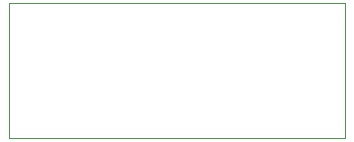
<source format=gbr>
%TF.GenerationSoftware,KiCad,Pcbnew,8.0.8*%
%TF.CreationDate,2025-01-23T18:16:18+08:00*%
%TF.ProjectId,5V24VBoostUp,35563234-5642-46f6-9f73-7455702e6b69,rev?*%
%TF.SameCoordinates,Original*%
%TF.FileFunction,Profile,NP*%
%FSLAX46Y46*%
G04 Gerber Fmt 4.6, Leading zero omitted, Abs format (unit mm)*
G04 Created by KiCad (PCBNEW 8.0.8) date 2025-01-23 18:16:18*
%MOMM*%
%LPD*%
G01*
G04 APERTURE LIST*
%TA.AperFunction,Profile*%
%ADD10C,0.050000*%
%TD*%
G04 APERTURE END LIST*
D10*
X134010400Y-63246000D02*
X162509200Y-63246000D01*
X162509200Y-74676000D01*
X134010400Y-74676000D01*
X134010400Y-63246000D01*
M02*

</source>
